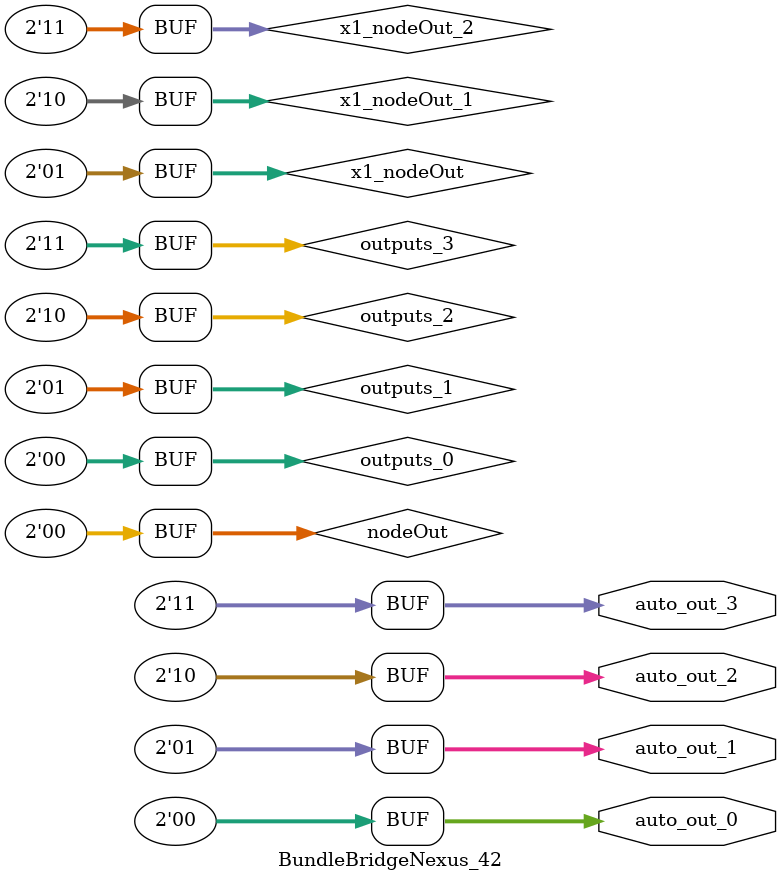
<source format=sv>
`ifndef RANDOMIZE
  `ifdef RANDOMIZE_MEM_INIT
    `define RANDOMIZE
  `endif // RANDOMIZE_MEM_INIT
`endif // not def RANDOMIZE
`ifndef RANDOMIZE
  `ifdef RANDOMIZE_REG_INIT
    `define RANDOMIZE
  `endif // RANDOMIZE_REG_INIT
`endif // not def RANDOMIZE

`ifndef RANDOM
  `define RANDOM $random
`endif // not def RANDOM

// Users can define INIT_RANDOM as general code that gets injected into the
// initializer block for modules with registers.
`ifndef INIT_RANDOM
  `define INIT_RANDOM
`endif // not def INIT_RANDOM

// If using random initialization, you can also define RANDOMIZE_DELAY to
// customize the delay used, otherwise 0.002 is used.
`ifndef RANDOMIZE_DELAY
  `define RANDOMIZE_DELAY 0.002
`endif // not def RANDOMIZE_DELAY

// Define INIT_RANDOM_PROLOG_ for use in our modules below.
`ifndef INIT_RANDOM_PROLOG_
  `ifdef RANDOMIZE
    `ifdef VERILATOR
      `define INIT_RANDOM_PROLOG_ `INIT_RANDOM
    `else  // VERILATOR
      `define INIT_RANDOM_PROLOG_ `INIT_RANDOM #`RANDOMIZE_DELAY begin end
    `endif // VERILATOR
  `else  // RANDOMIZE
    `define INIT_RANDOM_PROLOG_
  `endif // RANDOMIZE
`endif // not def INIT_RANDOM_PROLOG_

// Include register initializers in init blocks unless synthesis is set
`ifndef SYNTHESIS
  `ifndef ENABLE_INITIAL_REG_
    `define ENABLE_INITIAL_REG_
  `endif // not def ENABLE_INITIAL_REG_
`endif // not def SYNTHESIS

// Include rmemory initializers in init blocks unless synthesis is set
`ifndef SYNTHESIS
  `ifndef ENABLE_INITIAL_MEM_
    `define ENABLE_INITIAL_MEM_
  `endif // not def ENABLE_INITIAL_MEM_
`endif // not def SYNTHESIS

// Standard header to adapt well known macros for prints and assertions.

// Users can define 'PRINTF_COND' to add an extra gate to prints.
`ifndef PRINTF_COND_
  `ifdef PRINTF_COND
    `define PRINTF_COND_ (`PRINTF_COND)
  `else  // PRINTF_COND
    `define PRINTF_COND_ 1
  `endif // PRINTF_COND
`endif // not def PRINTF_COND_

// Users can define 'ASSERT_VERBOSE_COND' to add an extra gate to assert error printing.
`ifndef ASSERT_VERBOSE_COND_
  `ifdef ASSERT_VERBOSE_COND
    `define ASSERT_VERBOSE_COND_ (`ASSERT_VERBOSE_COND)
  `else  // ASSERT_VERBOSE_COND
    `define ASSERT_VERBOSE_COND_ 1
  `endif // ASSERT_VERBOSE_COND
`endif // not def ASSERT_VERBOSE_COND_

// Users can define 'STOP_COND' to add an extra gate to stop conditions.
`ifndef STOP_COND_
  `ifdef STOP_COND
    `define STOP_COND_ (`STOP_COND)
  `else  // STOP_COND
    `define STOP_COND_ 1
  `endif // STOP_COND
`endif // not def STOP_COND_

module BundleBridgeNexus_42(
  output [1:0] auto_out_3,	// src/main/scala/diplomacy/LazyModule.scala:367:18
               auto_out_2,	// src/main/scala/diplomacy/LazyModule.scala:367:18
               auto_out_1,	// src/main/scala/diplomacy/LazyModule.scala:367:18
               auto_out_0	// src/main/scala/diplomacy/LazyModule.scala:367:18
);

  wire [1:0] outputs_0 = 2'h0;	// src/main/scala/subsystem/HasTiles.scala:159:32
  wire [1:0] outputs_1 = 2'h1;	// src/main/scala/subsystem/HasTiles.scala:159:32
  wire [1:0] outputs_2 = 2'h2;	// src/main/scala/subsystem/HasTiles.scala:159:32
  wire [1:0] outputs_3 = 2'h3;	// src/main/scala/subsystem/HasTiles.scala:159:32
  wire [1:0] nodeOut = outputs_0;	// src/main/scala/diplomacy/Nodes.scala:1205:17, src/main/scala/subsystem/HasTiles.scala:159:32
  wire [1:0] x1_nodeOut = outputs_1;	// src/main/scala/diplomacy/Nodes.scala:1205:17, src/main/scala/subsystem/HasTiles.scala:159:32
  wire [1:0] x1_nodeOut_1 = outputs_2;	// src/main/scala/diplomacy/Nodes.scala:1205:17, src/main/scala/subsystem/HasTiles.scala:159:32
  wire [1:0] x1_nodeOut_2 = outputs_3;	// src/main/scala/diplomacy/Nodes.scala:1205:17, src/main/scala/subsystem/HasTiles.scala:159:32
  assign auto_out_3 = x1_nodeOut_2;	// src/main/scala/diplomacy/Nodes.scala:1205:17
  assign auto_out_2 = x1_nodeOut_1;	// src/main/scala/diplomacy/Nodes.scala:1205:17
  assign auto_out_1 = x1_nodeOut;	// src/main/scala/diplomacy/Nodes.scala:1205:17
  assign auto_out_0 = nodeOut;	// src/main/scala/diplomacy/Nodes.scala:1205:17
endmodule


</source>
